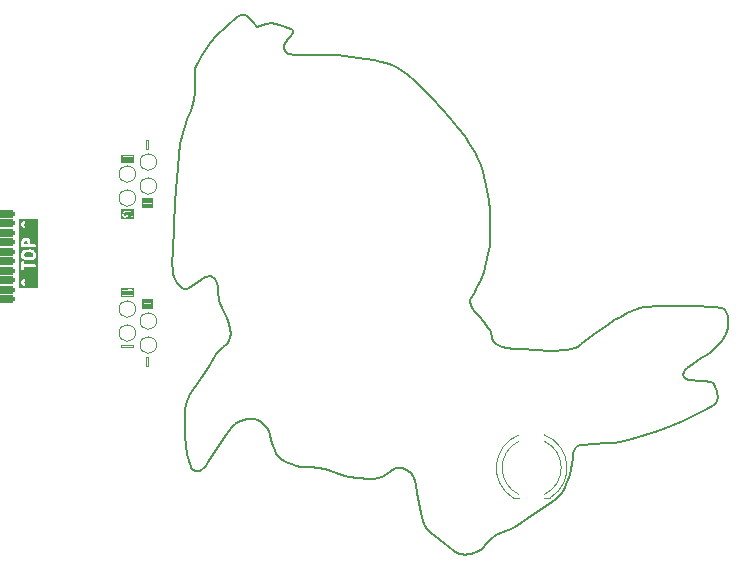
<source format=gto>
G04 #@! TF.GenerationSoftware,KiCad,Pcbnew,8.0.1*
G04 #@! TF.CreationDate,2024-04-19T20:50:38+01:00*
G04 #@! TF.ProjectId,rabbit,72616262-6974-42e6-9b69-6361645f7063,rev?*
G04 #@! TF.SameCoordinates,Original*
G04 #@! TF.FileFunction,Legend,Top*
G04 #@! TF.FilePolarity,Positive*
%FSLAX46Y46*%
G04 Gerber Fmt 4.6, Leading zero omitted, Abs format (unit mm)*
G04 Created by KiCad (PCBNEW 8.0.1) date 2024-04-19 20:50:38*
%MOMM*%
%LPD*%
G01*
G04 APERTURE LIST*
G04 Aperture macros list*
%AMRoundRect*
0 Rectangle with rounded corners*
0 $1 Rounding radius*
0 $2 $3 $4 $5 $6 $7 $8 $9 X,Y pos of 4 corners*
0 Add a 4 corners polygon primitive as box body*
4,1,4,$2,$3,$4,$5,$6,$7,$8,$9,$2,$3,0*
0 Add four circle primitives for the rounded corners*
1,1,$1+$1,$2,$3*
1,1,$1+$1,$4,$5*
1,1,$1+$1,$6,$7*
1,1,$1+$1,$8,$9*
0 Add four rect primitives between the rounded corners*
20,1,$1+$1,$2,$3,$4,$5,0*
20,1,$1+$1,$4,$5,$6,$7,0*
20,1,$1+$1,$6,$7,$8,$9,0*
20,1,$1+$1,$8,$9,$2,$3,0*%
G04 Aperture macros list end*
%ADD10C,0.150000*%
%ADD11C,0.100000*%
%ADD12C,0.250000*%
%ADD13C,0.120000*%
%ADD14RoundRect,0.150000X1.600000X0.150000X-1.600000X0.150000X-1.600000X-0.150000X1.600000X-0.150000X0*%
%ADD15RoundRect,0.150000X1.200000X0.150000X-1.200000X0.150000X-1.200000X-0.150000X1.200000X-0.150000X0*%
%ADD16C,1.000000*%
%ADD17C,0.700000*%
%ADD18C,4.400000*%
%ADD19R,1.800000X1.070000*%
%ADD20O,1.800000X1.070000*%
G04 APERTURE END LIST*
D10*
X136422766Y-121084024D02*
X136265707Y-120213445D01*
X155937371Y-104467571D02*
X156459780Y-104433798D01*
X120163956Y-105410949D02*
X119858214Y-104727403D01*
X123355035Y-114443186D02*
X123166402Y-114281406D01*
X136882658Y-122837113D02*
X136796102Y-122610153D01*
X116440610Y-89758486D02*
X116695632Y-88917496D01*
X124775484Y-117347256D02*
X124569462Y-117156237D01*
X149311354Y-108040786D02*
X149635226Y-107947482D01*
X145071217Y-122776081D02*
X144816882Y-122962978D01*
X127919133Y-118100335D02*
X127329379Y-118067085D01*
X160065363Y-110718660D02*
X160799954Y-110763248D01*
X140116677Y-125424634D02*
X139912189Y-125376026D01*
X162462416Y-104901583D02*
X162543414Y-105075455D01*
X115718882Y-101926974D02*
X115661492Y-101696591D01*
X142351817Y-95470206D02*
X142443356Y-96277585D01*
X148317777Y-120518756D02*
X148051177Y-120763431D01*
X125787781Y-81054478D02*
X125798149Y-81080563D01*
X134521056Y-84174065D02*
X134963058Y-84433017D01*
X159156679Y-109645049D02*
X158995732Y-109813169D01*
X135302742Y-118220829D02*
X135039565Y-118124399D01*
X119341235Y-102403982D02*
X119214662Y-102127946D01*
X121213146Y-79842866D02*
X121354489Y-79765152D01*
X117674190Y-118380248D02*
X117589121Y-118374738D01*
X148524418Y-120275726D02*
X148317777Y-120518756D01*
X125184168Y-82049702D02*
X125033575Y-82282273D01*
X116835781Y-102933564D02*
X116725145Y-102968375D01*
X146414027Y-108109167D02*
X147588554Y-108173084D01*
X149580003Y-116630488D02*
X149534225Y-116825347D01*
X136908951Y-86125246D02*
X137674863Y-86900352D01*
X123541739Y-80530070D02*
X124018890Y-80468856D01*
X140862531Y-125390069D02*
X140635608Y-125426071D01*
X117506839Y-118353067D02*
X117426085Y-118314607D01*
X121634999Y-79733200D02*
X121739944Y-79778519D01*
X142495954Y-97059670D02*
X142512814Y-97851842D01*
X151199401Y-106880039D02*
X151822378Y-106411744D01*
X162236000Y-107160732D02*
X162086923Y-107372577D01*
X149928420Y-107825601D02*
X150219232Y-107644488D01*
X162137284Y-104577911D02*
X162255636Y-104652066D01*
X118408233Y-117912080D02*
X118247887Y-118086664D01*
X117972084Y-102168601D02*
X117498913Y-102496863D01*
X149361859Y-118234057D02*
X149219677Y-118735037D01*
X162255636Y-104652066D02*
X162365211Y-104759984D01*
X116871688Y-112304877D02*
X117106130Y-111837856D01*
X158849113Y-114093490D02*
X157781701Y-114534620D01*
X161553891Y-111212391D02*
X161659356Y-111566692D01*
X131309011Y-118972670D02*
X130518414Y-118878701D01*
X122031192Y-79994837D02*
X122409567Y-80385674D01*
X116411168Y-102892358D02*
X116219877Y-102708078D01*
X156459780Y-104433798D02*
X157820987Y-104405304D01*
X137510730Y-123649939D02*
X137286794Y-123434153D01*
X116526927Y-102968868D02*
X116411168Y-102892358D01*
X155162637Y-104574203D02*
X155506888Y-104514584D01*
X141685994Y-102216137D02*
X141408391Y-102812665D01*
X135775031Y-118565217D02*
X135550489Y-118370135D01*
X143174507Y-123720104D02*
X142722124Y-123970518D01*
X135039565Y-118124399D02*
X134775811Y-118090657D01*
X142064728Y-93824057D02*
X142218129Y-94603372D01*
X133720740Y-118578552D02*
X133337390Y-118829439D01*
X147588554Y-108173084D02*
X148093874Y-108173755D01*
X136612989Y-121948841D02*
X136422766Y-121084024D01*
X141940109Y-124802869D02*
X141765997Y-124958356D01*
X119498060Y-103775822D02*
X119458171Y-103326512D01*
X142327501Y-106239601D02*
X142444825Y-106441812D01*
X117589121Y-118374738D02*
X117506839Y-118353067D01*
X115790935Y-102123425D02*
X115718882Y-101926974D01*
X132918466Y-118981891D02*
X132744659Y-119001040D01*
X117416809Y-86897581D02*
X117486770Y-86320313D01*
X140328637Y-90035052D02*
X140819700Y-90738366D01*
X122093375Y-113937809D02*
X121860520Y-113963860D01*
X117511570Y-84696004D02*
X117535089Y-84338480D01*
X141881004Y-93072840D02*
X142064728Y-93824057D01*
X125798149Y-81080563D02*
X125804670Y-81167447D01*
X135950776Y-118770764D02*
X135775031Y-118565217D01*
X161449743Y-111009905D02*
X161553891Y-111212391D01*
X121739944Y-79778519D02*
X121873364Y-79865622D01*
X121103320Y-114243656D02*
X120862933Y-114417552D01*
X150219232Y-107644488D02*
X150552599Y-107394361D01*
X117152071Y-87863585D02*
X117261016Y-87578975D01*
X116660264Y-113187815D02*
X116738346Y-112700789D01*
X137286794Y-123434153D02*
X137116284Y-123235158D01*
X121626537Y-114020105D02*
X121355163Y-114116065D01*
X117062823Y-117787586D02*
X116992285Y-117552570D01*
X138613198Y-124495140D02*
X137798034Y-123891013D01*
X116113016Y-91646252D02*
X116243882Y-90677368D01*
X119426812Y-116371874D02*
X118625099Y-117618187D01*
X116602141Y-102985648D02*
X116526927Y-102968868D01*
X117134616Y-117968534D02*
X117062823Y-117787586D01*
X116738346Y-112700789D02*
X116871688Y-112304877D01*
X150279309Y-116152276D02*
X150102785Y-116175050D01*
X120376465Y-107337892D02*
X120487985Y-107059081D01*
X133196761Y-118900921D02*
X133063135Y-118949708D01*
X142368076Y-124272203D02*
X142086262Y-124627780D01*
X124569462Y-117156237D02*
X124390530Y-116921414D01*
X141495050Y-91915976D02*
X141684690Y-92414607D01*
X139706433Y-125276457D02*
X139441566Y-125094815D01*
X121463878Y-79727162D02*
X121550141Y-79718635D01*
X119858214Y-104727403D02*
X119539480Y-104011573D01*
X133204880Y-83715706D02*
X133706903Y-83856467D01*
X115578404Y-100717974D02*
X115595920Y-99760091D01*
X116624759Y-113840791D02*
X116660264Y-113187815D01*
X130188119Y-118813429D02*
X129900179Y-118736441D01*
X116674771Y-115407725D02*
X116630717Y-114600353D01*
X124988821Y-82543586D02*
X125094059Y-82773736D01*
X134331602Y-118183012D02*
X134077119Y-118333634D01*
X120165609Y-107593588D02*
X120376465Y-107337892D01*
X125843088Y-83113429D02*
X127353894Y-83128258D01*
X116695632Y-88917496D02*
X116840100Y-88541952D01*
X142722124Y-123970518D02*
X142534093Y-124113451D01*
X125730292Y-81403615D02*
X125609590Y-81574996D01*
X116992285Y-117552570D02*
X116860293Y-116939571D01*
X115875770Y-102290435D02*
X115790935Y-102123425D01*
X130518414Y-118878701D02*
X130188119Y-118813429D01*
X142496212Y-98610246D02*
X142438469Y-99275655D01*
X141179267Y-104871741D02*
X141513533Y-105236483D01*
X161716249Y-111825838D02*
X161746134Y-112044680D01*
X148695733Y-120009270D02*
X148524418Y-120275726D01*
X117498913Y-102496863D02*
X116960734Y-102870395D01*
X118665038Y-101871895D02*
X118503587Y-101902430D01*
X154032876Y-105015760D02*
X154489414Y-104800893D01*
X129573062Y-83177735D02*
X131268863Y-83362738D01*
X161659356Y-111566692D02*
X161716249Y-111825838D01*
X118972453Y-101928367D02*
X118825293Y-101879617D01*
X142443356Y-96277585D02*
X142495954Y-97059670D01*
X117198872Y-118085454D02*
X117134616Y-117968534D01*
X143819145Y-123445295D02*
X143174507Y-123720104D01*
X133063135Y-118949708D02*
X132918466Y-118981891D01*
X125033575Y-82282273D02*
X124988821Y-82543586D01*
X155506888Y-104514584D02*
X155937371Y-104467571D01*
X158995732Y-109813169D02*
X158883379Y-109989133D01*
X122546955Y-113980909D02*
X122322834Y-113943281D01*
X143940341Y-107933192D02*
X144462984Y-107996781D01*
X115595920Y-99760091D02*
X115841349Y-95546365D01*
X140382031Y-125438450D02*
X140116677Y-125424634D01*
X153483524Y-115883107D02*
X152942375Y-115975439D01*
X119214662Y-102127946D02*
X119100380Y-102008658D01*
X115619345Y-101426832D02*
X115578404Y-100717974D01*
X138413631Y-87696386D02*
X139111505Y-88495993D01*
X117895117Y-118332223D02*
X117768321Y-118368196D01*
X117486770Y-86320313D02*
X117505508Y-85355006D01*
X129661749Y-118650364D02*
X129456476Y-118548386D01*
X161154158Y-110841191D02*
X161358727Y-110927258D01*
X161746134Y-112044680D02*
X161749863Y-112222864D01*
X162360943Y-106945935D02*
X162236000Y-107160732D01*
X136796102Y-122610153D02*
X136612989Y-121948841D01*
X161631738Y-112575639D02*
X161543694Y-112669770D01*
X148051177Y-120763431D02*
X147702866Y-121029051D01*
X119115281Y-108758997D02*
X119258975Y-108497301D01*
X148853099Y-119692828D02*
X148695733Y-120009270D01*
X123560074Y-114682445D02*
X123355035Y-114443186D01*
X120487985Y-107059081D02*
X120513560Y-106748980D01*
X161749863Y-112222864D02*
X161730596Y-112364266D01*
X124018890Y-80468856D02*
X124290685Y-80498265D01*
X152993748Y-105612405D02*
X153532417Y-105287257D01*
X119413277Y-102792294D02*
X119341235Y-102403982D01*
X158836937Y-110198729D02*
X158902451Y-110410997D01*
X143520653Y-107838335D02*
X143940341Y-107933192D01*
X119258975Y-108497301D02*
X119401596Y-108297931D01*
X148949450Y-108108658D02*
X149311354Y-108040786D01*
X131268863Y-83362738D02*
X131989873Y-83469400D01*
X144462984Y-107996781D02*
X145120834Y-108037246D01*
X124665358Y-80592812D02*
X125127779Y-80753449D01*
X147702866Y-121029051D02*
X146671159Y-121704177D01*
X117486979Y-111227512D02*
X118057200Y-110403439D01*
X125380132Y-83022844D02*
X125552483Y-83087215D01*
X136127722Y-85382665D02*
X136908951Y-86125246D01*
X134550574Y-118106991D02*
X134331602Y-118183012D01*
X122763486Y-114050539D02*
X122546955Y-113980909D01*
X118110450Y-118207354D02*
X117999815Y-118283683D01*
X119857917Y-107866436D02*
X120165609Y-107593588D01*
X158902451Y-110410997D02*
X159071408Y-110576063D01*
X136265707Y-120213445D02*
X136179350Y-119524133D01*
X162598344Y-106269191D02*
X162540200Y-106504064D01*
X161358727Y-110927258D02*
X161408659Y-110964269D01*
X118825293Y-101879617D02*
X118665038Y-101871895D01*
X142326701Y-99955210D02*
X142147053Y-100753567D01*
X149933341Y-116224429D02*
X149777011Y-116318331D01*
X159649373Y-104427427D02*
X161630504Y-104490182D01*
X137116284Y-123235158D02*
X136986007Y-123041083D01*
X146671159Y-121704177D02*
X145657971Y-122351348D01*
X126875019Y-118049805D02*
X126449518Y-118000564D01*
X117341514Y-87279556D02*
X117416809Y-86897581D01*
X162641976Y-105506488D02*
X162653622Y-105755217D01*
X162637017Y-106021661D02*
X162598344Y-106269191D01*
X149013664Y-119305448D02*
X148853099Y-119692828D01*
X140833828Y-104313593D02*
X140958445Y-104581706D01*
X139754516Y-89281501D02*
X140328637Y-90035052D01*
X162461635Y-106728309D02*
X162360943Y-106945935D01*
X161418223Y-112765586D02*
X160707247Y-113192320D01*
X142086262Y-124627780D02*
X141940109Y-124802869D01*
X160707247Y-113192320D02*
X159837208Y-113640834D01*
X132744659Y-119001040D02*
X132236097Y-119010258D01*
X159616508Y-110693725D02*
X160065363Y-110718660D01*
X121355163Y-114116065D02*
X121103320Y-114243656D01*
X137798034Y-123891013D02*
X137510730Y-123649939D01*
X154489414Y-104800893D02*
X154895068Y-104645626D01*
X118057200Y-110403439D02*
X118733139Y-109420037D01*
X142512814Y-97851842D02*
X142496212Y-98610246D01*
X161168136Y-108285256D02*
X160831500Y-108516292D01*
X120478151Y-106368603D02*
X120365650Y-105939451D01*
X142947488Y-107569744D02*
X143175435Y-107703920D01*
X161690085Y-107822008D02*
X161427201Y-108073943D01*
X121042986Y-79961465D02*
X121213146Y-79842866D01*
X125031059Y-117522962D02*
X124775484Y-117347256D01*
X121354489Y-79765152D02*
X121463878Y-79727162D01*
X162604356Y-105278441D02*
X162641976Y-105506488D01*
X154895068Y-104645626D02*
X155162637Y-104574203D01*
X137674863Y-86900352D02*
X138413631Y-87696386D01*
X140635608Y-125426071D02*
X140382031Y-125438450D01*
X116007713Y-102468259D02*
X115875770Y-102290435D01*
X149777011Y-116318331D02*
X149656240Y-116459999D01*
X142771970Y-107399555D02*
X142947488Y-107569744D01*
X149449631Y-117767996D02*
X149361859Y-118234057D01*
X123166402Y-114281406D02*
X122970415Y-114151198D01*
X156673155Y-114949078D02*
X155561529Y-115321918D01*
X116630717Y-114600353D02*
X116624759Y-113840791D01*
X141765997Y-124958356D02*
X141555728Y-125102922D01*
X149656240Y-116459999D02*
X149580003Y-116630488D01*
X125661358Y-80976014D02*
X125763135Y-81030532D01*
X116725145Y-102968375D02*
X116602141Y-102985648D01*
X116860293Y-116939571D02*
X116752823Y-116206360D01*
X116243882Y-90677368D02*
X116440610Y-89758486D01*
X149635226Y-107947482D02*
X149928420Y-107825601D01*
X120381162Y-114941778D02*
X120108926Y-115318243D01*
X118334981Y-101965335D02*
X117972084Y-102168601D01*
X117346866Y-118257983D02*
X117270438Y-118181871D01*
X125127779Y-80753449D02*
X125661358Y-80976014D01*
X123968926Y-115729490D02*
X123861408Y-115322606D01*
X135550489Y-118370135D02*
X135302742Y-118220829D01*
X120180689Y-80708258D02*
X121042986Y-79961465D01*
X161543694Y-112669770D02*
X161418223Y-112765586D01*
X140800369Y-104047459D02*
X140833828Y-104313593D01*
X150102785Y-116175050D02*
X149933341Y-116224429D01*
X148093874Y-108173755D02*
X148545216Y-108152580D01*
X118733139Y-109420037D02*
X118949457Y-109066973D01*
X142618115Y-106958652D02*
X142662360Y-107183954D01*
X120862933Y-114417552D02*
X120626723Y-114646768D01*
X160332605Y-108827748D02*
X159621567Y-109285154D01*
X141513533Y-105236483D02*
X141987383Y-105771435D01*
X135488081Y-84826414D02*
X136127722Y-85382665D01*
X125226546Y-82910049D02*
X125380132Y-83022844D01*
X132236097Y-119010258D02*
X131309011Y-118972670D01*
X144255629Y-123263217D02*
X143819145Y-123445295D01*
X141213243Y-91372169D02*
X141495050Y-91915976D01*
X123727737Y-114974757D02*
X123560074Y-114682445D01*
X120513560Y-106748980D02*
X120478151Y-106368603D01*
X149492783Y-117289886D02*
X149449631Y-117767996D01*
X123861408Y-115322606D02*
X123727737Y-114974757D01*
X143175435Y-107703920D02*
X143520653Y-107838335D01*
X141081827Y-125327128D02*
X140862531Y-125390069D01*
X129456476Y-118548386D02*
X129028334Y-118350418D01*
X125094059Y-82773736D02*
X125226546Y-82910049D01*
X122409567Y-80385674D02*
X122728325Y-80756033D01*
X142534093Y-124113451D02*
X142368076Y-124272203D01*
X152270954Y-116022813D02*
X150279309Y-116152276D01*
X136145884Y-119242881D02*
X136074092Y-118991852D01*
X124390530Y-116921414D02*
X124237143Y-116626010D01*
X140861124Y-103718147D02*
X140810757Y-103881762D01*
X125787918Y-81275523D02*
X125730292Y-81403615D01*
X115841349Y-95546365D02*
X116113016Y-91646252D01*
X142218129Y-94603372D02*
X142351817Y-95470206D01*
X128499240Y-118196991D02*
X127919133Y-118100335D01*
X161630504Y-104490182D02*
X161985252Y-104529492D01*
X120365650Y-105939451D02*
X120163956Y-105410949D01*
X153532417Y-105287257D02*
X154032876Y-105015760D01*
X122322834Y-113943281D02*
X122093375Y-113937809D01*
X124290685Y-80498265D02*
X124665358Y-80592812D01*
X121873364Y-79865622D02*
X122031192Y-79994837D01*
X158883379Y-109989133D02*
X158836937Y-110198729D01*
X136179350Y-119524133D02*
X136145884Y-119242881D01*
X125552483Y-83087215D02*
X125843088Y-83113429D01*
X148545216Y-108152580D02*
X148949450Y-108108658D01*
X161427201Y-108073943D02*
X161168136Y-108285256D01*
X149534225Y-116825347D02*
X149492783Y-117289886D01*
X144567740Y-123112613D02*
X144255629Y-123263217D01*
X142438469Y-99275655D02*
X142326701Y-99955210D01*
X162653622Y-105755217D02*
X162637017Y-106021661D01*
X159306481Y-110655375D02*
X159616508Y-110693725D01*
X117768321Y-118368196D02*
X117674190Y-118380248D01*
X133337390Y-118829439D02*
X133196761Y-118900921D01*
X162365211Y-104759984D02*
X162462416Y-104901583D01*
X162543414Y-105075455D02*
X162604356Y-105278441D01*
X139441566Y-125094815D02*
X138613198Y-124495140D01*
X117505508Y-85355006D02*
X117511570Y-84696004D01*
X152942375Y-115975439D02*
X152270954Y-116022813D01*
X139111505Y-88495993D02*
X139754516Y-89281501D01*
X125331753Y-117679382D02*
X125031059Y-117522962D01*
X129028334Y-118350418D02*
X128499240Y-118196991D01*
X119458171Y-103326512D02*
X119413277Y-102792294D01*
X140958445Y-104581706D02*
X141179267Y-104871741D01*
X117535089Y-84338480D02*
X117592591Y-84108553D01*
X126449518Y-118000564D02*
X126046676Y-117920898D01*
X144816882Y-122962978D02*
X144567740Y-123112613D01*
X141084357Y-103354407D02*
X140861124Y-103718147D01*
X155561529Y-115321918D02*
X154485044Y-115638279D01*
X117592591Y-84108553D02*
X117713505Y-83821393D01*
X118625099Y-117618187D02*
X118408233Y-117912080D01*
X117261016Y-87578975D02*
X117341514Y-87279556D01*
X126046676Y-117920898D02*
X125672181Y-117813005D01*
X133706903Y-83856467D02*
X134145006Y-84009614D01*
X117713505Y-83821393D02*
X118000463Y-83277838D01*
X159071408Y-110576063D02*
X159306481Y-110655375D01*
X123022551Y-80654168D02*
X123541739Y-80530070D01*
X136074092Y-118991852D02*
X135950776Y-118770764D01*
X122728325Y-80756033D02*
X123022551Y-80654168D01*
X134077119Y-118333634D02*
X133720740Y-118578552D01*
X142587239Y-106793291D02*
X142618115Y-106958652D01*
X159837208Y-113640834D02*
X158849113Y-114093490D01*
X162086923Y-107372577D02*
X161690085Y-107822008D01*
X125408650Y-81799868D02*
X125184168Y-82049702D01*
X118503587Y-101902430D02*
X118334981Y-101965335D01*
X125672181Y-117813005D02*
X125331753Y-117679382D01*
X118404123Y-82649251D02*
X118855923Y-82036437D01*
X134145006Y-84009614D02*
X134521056Y-84174065D01*
X139912189Y-125376026D02*
X139706433Y-125276457D01*
X142531649Y-106627998D02*
X142587239Y-106793291D01*
X120108926Y-115318243D02*
X119426812Y-116371874D01*
X118247887Y-118086664D02*
X118110450Y-118207354D01*
X127329379Y-118067085D02*
X126875019Y-118049805D01*
X116960734Y-102870395D02*
X116835781Y-102933564D01*
X152422088Y-105988220D02*
X152993748Y-105612405D01*
X117999815Y-118283683D02*
X117895117Y-118332223D01*
X160799954Y-110763248D02*
X160981930Y-110793800D01*
X154485044Y-115638279D02*
X153483524Y-115883107D01*
X134775811Y-118090657D02*
X134550574Y-118106991D01*
X141930106Y-101535935D02*
X141685994Y-102216137D01*
X151822378Y-106411744D02*
X152422088Y-105988220D01*
X119283647Y-81542754D02*
X120180689Y-80708258D01*
X141684690Y-92414607D02*
X141881004Y-93072840D01*
X142147053Y-100753567D02*
X141930106Y-101535935D01*
X117270438Y-118181871D02*
X117198872Y-118085454D01*
X118949457Y-109066973D02*
X119115281Y-108758997D01*
X141312946Y-125232071D02*
X141081827Y-125327128D01*
X119539480Y-104011573D02*
X119498060Y-103775822D01*
X125804670Y-81167447D02*
X125787918Y-81275523D01*
X162540200Y-106504064D02*
X162461635Y-106728309D01*
X161691609Y-112477522D02*
X161631738Y-112575639D01*
X134963058Y-84433017D02*
X135488081Y-84826414D01*
X131989873Y-83469400D02*
X132634111Y-83586883D01*
X141555728Y-125102922D02*
X141312946Y-125232071D01*
X150552599Y-107394361D02*
X151199401Y-106880039D01*
X125609590Y-81574996D02*
X125408650Y-81799868D01*
X118000463Y-83277838D02*
X118404123Y-82649251D01*
X117426085Y-118314607D02*
X117346866Y-118257983D01*
X122970415Y-114151198D02*
X122763486Y-114050539D01*
X124237143Y-116626010D02*
X124099482Y-116239499D01*
X121860520Y-113963860D02*
X121626537Y-114020105D01*
X132634111Y-83586883D02*
X133204880Y-83715706D01*
X119401596Y-108297931D02*
X119585869Y-108103839D01*
X161985252Y-104529492D02*
X162137284Y-104577911D01*
X116998697Y-88190654D02*
X117152071Y-87863585D01*
X117106130Y-111837856D02*
X117486979Y-111227512D01*
X116840100Y-88541952D02*
X116998697Y-88190654D01*
X116219877Y-102708078D02*
X116007713Y-102468259D01*
X141408391Y-102812665D02*
X141084357Y-103354407D01*
X145657971Y-122351348D02*
X145071217Y-122776081D01*
X141987383Y-105771435D02*
X142327501Y-106239601D01*
X140810757Y-103881762D02*
X140800369Y-104047459D01*
X115661492Y-101696591D02*
X115619345Y-101426832D01*
X127353894Y-83128258D02*
X128736093Y-83144498D01*
X125763135Y-81030532D02*
X125787781Y-81054478D01*
X116752823Y-116206360D02*
X116674771Y-115407725D01*
X159621567Y-109285154D02*
X159156679Y-109645049D01*
X124099482Y-116239499D02*
X123968926Y-115729490D01*
X121550141Y-79718635D02*
X121634999Y-79733200D01*
X161730596Y-112364266D02*
X161691609Y-112477522D01*
X145120834Y-108037246D02*
X146414027Y-108109167D01*
X149219677Y-118735037D02*
X149013664Y-119305448D01*
X119585869Y-108103839D02*
X119857917Y-107866436D01*
X160981930Y-110793800D02*
X161154158Y-110841191D01*
X128736093Y-83144498D02*
X129573062Y-83177735D01*
X161408659Y-110964269D02*
X161449743Y-111009905D01*
X157820987Y-104405304D02*
X159649373Y-104427427D01*
X157781701Y-114534620D02*
X156673155Y-114949078D01*
X119100380Y-102008658D02*
X118972453Y-101928367D01*
X142444825Y-106441812D02*
X142531649Y-106627998D01*
X118855923Y-82036437D02*
X119283647Y-81542754D01*
X160831500Y-108516292D02*
X160332605Y-108827748D01*
X129900179Y-118736441D02*
X129661749Y-118650364D01*
X140819700Y-90738366D02*
X141213243Y-91372169D01*
X142662360Y-107183954D02*
X142771970Y-107399555D01*
X120626723Y-114646768D02*
X120381162Y-114941778D01*
X136986007Y-123041083D02*
X136882658Y-122837113D01*
D11*
G36*
X113616755Y-91191818D02*
G01*
X113338977Y-91191818D01*
X113338977Y-90447211D01*
X113427866Y-90447211D01*
X113431672Y-91075869D01*
X113458732Y-91102929D01*
X113497000Y-91102929D01*
X113524060Y-91075869D01*
X113527866Y-91056735D01*
X113524060Y-90428077D01*
X113497000Y-90401017D01*
X113458732Y-90401017D01*
X113431672Y-90428077D01*
X113427866Y-90447211D01*
X113338977Y-90447211D01*
X113338977Y-90312128D01*
X113616755Y-90312128D01*
X113616755Y-91191818D01*
G37*
G36*
X113917711Y-104653818D02*
G01*
X113038021Y-104653818D01*
X113038021Y-104233107D01*
X113126910Y-104233107D01*
X113153970Y-104260167D01*
X113173104Y-104263973D01*
X113430004Y-104262417D01*
X113431672Y-104537869D01*
X113458732Y-104564929D01*
X113497000Y-104564929D01*
X113524060Y-104537869D01*
X113527866Y-104518735D01*
X113526310Y-104261834D01*
X113801762Y-104260167D01*
X113828822Y-104233107D01*
X113828822Y-104194839D01*
X113801762Y-104167779D01*
X113782628Y-104163973D01*
X113525727Y-104165528D01*
X113524060Y-103890077D01*
X113497000Y-103863017D01*
X113458732Y-103863017D01*
X113431672Y-103890077D01*
X113427866Y-103909211D01*
X113429421Y-104166111D01*
X113153970Y-104167779D01*
X113126910Y-104194839D01*
X113126910Y-104233107D01*
X113038021Y-104233107D01*
X113038021Y-103774128D01*
X113917711Y-103774128D01*
X113917711Y-104653818D01*
G37*
G36*
X112333993Y-92284008D02*
G01*
X111260021Y-92284008D01*
X111260021Y-91787107D01*
X111348910Y-91787107D01*
X111375970Y-91814167D01*
X111395104Y-91817973D01*
X111764794Y-91816255D01*
X111767958Y-92053773D01*
X111795018Y-92080833D01*
X111833286Y-92080833D01*
X111860346Y-92053773D01*
X111864152Y-92034639D01*
X111861237Y-91815807D01*
X112145546Y-91814486D01*
X112148910Y-92168059D01*
X112175970Y-92195119D01*
X112214238Y-92195119D01*
X112241298Y-92168059D01*
X112245104Y-92148925D01*
X112241298Y-91748839D01*
X112214238Y-91721779D01*
X112195104Y-91717973D01*
X111375970Y-91721779D01*
X111348910Y-91748839D01*
X111348910Y-91787107D01*
X111260021Y-91787107D01*
X111260021Y-91629084D01*
X112333993Y-91629084D01*
X112333993Y-92284008D01*
G37*
G36*
X112330187Y-107964154D02*
G01*
X111260021Y-107964154D01*
X111260021Y-107844399D01*
X111348910Y-107844399D01*
X111375970Y-107871459D01*
X111395104Y-107875265D01*
X112214238Y-107871459D01*
X112241298Y-107844399D01*
X112241298Y-107806131D01*
X112214238Y-107779071D01*
X112195104Y-107775265D01*
X111375970Y-107779071D01*
X111348910Y-107806131D01*
X111348910Y-107844399D01*
X111260021Y-107844399D01*
X111260021Y-107686376D01*
X112330187Y-107686376D01*
X112330187Y-107964154D01*
G37*
G36*
X113917711Y-96123872D02*
G01*
X113038021Y-96123872D01*
X113038021Y-95703161D01*
X113126910Y-95703161D01*
X113153970Y-95730221D01*
X113173104Y-95734027D01*
X113430004Y-95732471D01*
X113431672Y-96007923D01*
X113458732Y-96034983D01*
X113497000Y-96034983D01*
X113524060Y-96007923D01*
X113527866Y-95988789D01*
X113526310Y-95731888D01*
X113801762Y-95730221D01*
X113828822Y-95703161D01*
X113828822Y-95664893D01*
X113801762Y-95637833D01*
X113782628Y-95634027D01*
X113525727Y-95635582D01*
X113524060Y-95360131D01*
X113497000Y-95333071D01*
X113458732Y-95333071D01*
X113431672Y-95360131D01*
X113427866Y-95379265D01*
X113429421Y-95636165D01*
X113153970Y-95637833D01*
X113126910Y-95664893D01*
X113126910Y-95703161D01*
X113038021Y-95703161D01*
X113038021Y-95244182D01*
X113917711Y-95244182D01*
X113917711Y-96123872D01*
G37*
G36*
X112330187Y-103641624D02*
G01*
X111260021Y-103641624D01*
X111260021Y-103521869D01*
X111348910Y-103521869D01*
X111375970Y-103548929D01*
X111395104Y-103552735D01*
X112214238Y-103548929D01*
X112241298Y-103521869D01*
X112241298Y-103483601D01*
X112214238Y-103456541D01*
X112195104Y-103452735D01*
X111863764Y-103454274D01*
X111860881Y-103093427D01*
X112214238Y-103091786D01*
X112241298Y-103064726D01*
X112241298Y-103026458D01*
X112214238Y-102999398D01*
X112195104Y-102995592D01*
X111375970Y-102999398D01*
X111348910Y-103026458D01*
X111348910Y-103064726D01*
X111375970Y-103091786D01*
X111395104Y-103095592D01*
X111764537Y-103093875D01*
X111767421Y-103454722D01*
X111375970Y-103456541D01*
X111348910Y-103483601D01*
X111348910Y-103521869D01*
X111260021Y-103521869D01*
X111260021Y-102906703D01*
X112330187Y-102906703D01*
X112330187Y-103641624D01*
G37*
G36*
X113616755Y-109585872D02*
G01*
X113338977Y-109585872D01*
X113338977Y-108841265D01*
X113427866Y-108841265D01*
X113431672Y-109469923D01*
X113458732Y-109496983D01*
X113497000Y-109496983D01*
X113524060Y-109469923D01*
X113527866Y-109450789D01*
X113524060Y-108822131D01*
X113497000Y-108795071D01*
X113458732Y-108795071D01*
X113431672Y-108822131D01*
X113427866Y-108841265D01*
X113338977Y-108841265D01*
X113338977Y-108706182D01*
X113616755Y-108706182D01*
X113616755Y-109585872D01*
G37*
G36*
X112333993Y-96991297D02*
G01*
X111256215Y-96991297D01*
X111256215Y-96623836D01*
X111345104Y-96623836D01*
X111345243Y-96627334D01*
X111345230Y-96627380D01*
X111345246Y-96627413D01*
X111347799Y-96691344D01*
X111345230Y-96696483D01*
X111347670Y-96715839D01*
X111387006Y-96823931D01*
X111387006Y-96833446D01*
X111394609Y-96844826D01*
X111395427Y-96847072D01*
X111396452Y-96847584D01*
X111397844Y-96849667D01*
X111452160Y-96898601D01*
X111452161Y-96898602D01*
X111471295Y-96902408D01*
X111757095Y-96898602D01*
X111784155Y-96871542D01*
X111787961Y-96852408D01*
X111784155Y-96680893D01*
X111757095Y-96653833D01*
X111718827Y-96653833D01*
X111691767Y-96680893D01*
X111687961Y-96700027D01*
X111690246Y-96803043D01*
X111494001Y-96805656D01*
X111477988Y-96791229D01*
X111444996Y-96700569D01*
X111445104Y-96700027D01*
X111442675Y-96639195D01*
X111472567Y-96540644D01*
X111531395Y-96478178D01*
X111531751Y-96478081D01*
X111594226Y-96443941D01*
X111597707Y-96443772D01*
X111734364Y-96406453D01*
X111737961Y-96407169D01*
X111837282Y-96404335D01*
X111840120Y-96405676D01*
X111978592Y-96437133D01*
X111982268Y-96439986D01*
X112045542Y-96468789D01*
X112111640Y-96531037D01*
X112145212Y-96623292D01*
X112145104Y-96623836D01*
X112147882Y-96721253D01*
X112107135Y-96810767D01*
X112119236Y-96847072D01*
X112153464Y-96864186D01*
X112189769Y-96852085D01*
X112201730Y-96836673D01*
X112235027Y-96763526D01*
X112241298Y-96757256D01*
X112243949Y-96743926D01*
X112244978Y-96741667D01*
X112244615Y-96740578D01*
X112245104Y-96738122D01*
X112242108Y-96633118D01*
X112244978Y-96627380D01*
X112242538Y-96608025D01*
X112203203Y-96499931D01*
X112203203Y-96490416D01*
X112195599Y-96479037D01*
X112194782Y-96476790D01*
X112193754Y-96476276D01*
X112192364Y-96474195D01*
X112120592Y-96406603D01*
X112118591Y-96400600D01*
X112103180Y-96388639D01*
X112099961Y-96387173D01*
X112099953Y-96387166D01*
X112099944Y-96387166D01*
X112036241Y-96358168D01*
X112034395Y-96355091D01*
X112016755Y-96346758D01*
X111874949Y-96314543D01*
X111871381Y-96310975D01*
X111852247Y-96307169D01*
X111749306Y-96310105D01*
X111745320Y-96307714D01*
X111725834Y-96308662D01*
X111586222Y-96346786D01*
X111582035Y-96345391D01*
X111563219Y-96350544D01*
X111496201Y-96387166D01*
X111490256Y-96387166D01*
X111474035Y-96398005D01*
X111403764Y-96472621D01*
X111395427Y-96476790D01*
X111388663Y-96488656D01*
X111387006Y-96490416D01*
X111387006Y-96491563D01*
X111385766Y-96493739D01*
X111353501Y-96600110D01*
X111348910Y-96604702D01*
X111345104Y-96623836D01*
X111256215Y-96623836D01*
X111256215Y-96218280D01*
X112333993Y-96218280D01*
X112333993Y-96991297D01*
G37*
D12*
G36*
X103706378Y-99891473D02*
G01*
X103762565Y-99945988D01*
X103789921Y-99998278D01*
X103791391Y-100129751D01*
X103767304Y-100180219D01*
X103710169Y-100239105D01*
X103573476Y-100274863D01*
X103271346Y-100276892D01*
X103122858Y-100241482D01*
X103066673Y-100186969D01*
X103039316Y-100134677D01*
X103037846Y-100003203D01*
X103061934Y-99952735D01*
X103119066Y-99893851D01*
X103255760Y-99858092D01*
X103557890Y-99856063D01*
X103706378Y-99891473D01*
G37*
G36*
X103266982Y-98880710D02*
G01*
X103287147Y-98899847D01*
X103313586Y-98950384D01*
X103314953Y-99180979D01*
X103038890Y-99181626D01*
X103037554Y-98956197D01*
X103062184Y-98904590D01*
X103081321Y-98884425D01*
X103132302Y-98857754D01*
X103216352Y-98856547D01*
X103266982Y-98880710D01*
G37*
G36*
X104164619Y-102840103D02*
G01*
X102617185Y-102840103D01*
X102617185Y-102406616D01*
X102742185Y-102406616D01*
X102746579Y-102423767D01*
X102749083Y-102441292D01*
X102752584Y-102447205D01*
X102754290Y-102453862D01*
X102767000Y-102474812D01*
X102926410Y-102683356D01*
X102968377Y-102708205D01*
X103016661Y-102715103D01*
X103063907Y-102702998D01*
X103102925Y-102673735D01*
X103127774Y-102631768D01*
X103134672Y-102583484D01*
X103122567Y-102536238D01*
X103109857Y-102515288D01*
X103021892Y-102400210D01*
X103122567Y-102263386D01*
X103134672Y-102216140D01*
X103127774Y-102167856D01*
X103102925Y-102125889D01*
X103063907Y-102096626D01*
X103016661Y-102084521D01*
X102968377Y-102091419D01*
X102926410Y-102116268D01*
X102909857Y-102134336D01*
X102778368Y-102313037D01*
X102773932Y-102316365D01*
X102765738Y-102330202D01*
X102754290Y-102345762D01*
X102752584Y-102352418D01*
X102749083Y-102358332D01*
X102746579Y-102375856D01*
X102742185Y-102393008D01*
X102743157Y-102399812D01*
X102742185Y-102406616D01*
X102617185Y-102406616D01*
X102617185Y-100685526D01*
X102789619Y-100685526D01*
X102792021Y-101281340D01*
X102810685Y-101326400D01*
X102845173Y-101360888D01*
X102890233Y-101379552D01*
X102939005Y-101379552D01*
X102984065Y-101360888D01*
X103018553Y-101326400D01*
X103037217Y-101281340D01*
X103039619Y-101256954D01*
X103038969Y-101095948D01*
X103939005Y-101093838D01*
X103984065Y-101075174D01*
X104018553Y-101040686D01*
X104037217Y-100995626D01*
X104037217Y-100946854D01*
X104018553Y-100901794D01*
X103984065Y-100867306D01*
X103939005Y-100848642D01*
X103914619Y-100846240D01*
X103037971Y-100848295D01*
X103037217Y-100661140D01*
X103018553Y-100616080D01*
X102984065Y-100581592D01*
X102939005Y-100562928D01*
X102890233Y-100562928D01*
X102845173Y-100581592D01*
X102810685Y-100616080D01*
X102792021Y-100661140D01*
X102789619Y-100685526D01*
X102617185Y-100685526D01*
X102617185Y-99971240D01*
X102789619Y-99971240D01*
X102791542Y-100143256D01*
X102790600Y-100146082D01*
X102791755Y-100162335D01*
X102792021Y-100186102D01*
X102793739Y-100190250D01*
X102794058Y-100194732D01*
X102802816Y-100217618D01*
X102852901Y-100313354D01*
X102858305Y-100326400D01*
X102862224Y-100331176D01*
X102863489Y-100333593D01*
X102865983Y-100335756D01*
X102873850Y-100345342D01*
X102961305Y-100430195D01*
X102964896Y-100436180D01*
X102975800Y-100444259D01*
X102988030Y-100456125D01*
X102996615Y-100459681D01*
X103004084Y-100465215D01*
X103027159Y-100473460D01*
X103211547Y-100517430D01*
X103223566Y-100522409D01*
X103238655Y-100523895D01*
X103241875Y-100524663D01*
X103243697Y-100524391D01*
X103247952Y-100524811D01*
X103573657Y-100522623D01*
X103587361Y-100524663D01*
X103602460Y-100522430D01*
X103605671Y-100522409D01*
X103607372Y-100521704D01*
X103611602Y-100521079D01*
X103788551Y-100474790D01*
X103796147Y-100474790D01*
X103809168Y-100469396D01*
X103825153Y-100465215D01*
X103832619Y-100459682D01*
X103841207Y-100456126D01*
X103860149Y-100440581D01*
X103954428Y-100343411D01*
X103965749Y-100333593D01*
X103969063Y-100328327D01*
X103970933Y-100326401D01*
X103972196Y-100323350D01*
X103978803Y-100312856D01*
X104017099Y-100232615D01*
X104018553Y-100231162D01*
X104023544Y-100219112D01*
X104035180Y-100194732D01*
X104035498Y-100190251D01*
X104037217Y-100186102D01*
X104039619Y-100161716D01*
X104037695Y-99989696D01*
X104038637Y-99986873D01*
X104037482Y-99970630D01*
X104037217Y-99946854D01*
X104035498Y-99942704D01*
X104035180Y-99938224D01*
X104026422Y-99915338D01*
X103976338Y-99819604D01*
X103970933Y-99806555D01*
X103967011Y-99801777D01*
X103965749Y-99799363D01*
X103963257Y-99797201D01*
X103955388Y-99787613D01*
X103867930Y-99702757D01*
X103864341Y-99696776D01*
X103853441Y-99688700D01*
X103841207Y-99676830D01*
X103832619Y-99673273D01*
X103825153Y-99667741D01*
X103802078Y-99659496D01*
X103617690Y-99615525D01*
X103605671Y-99610547D01*
X103590579Y-99609060D01*
X103587361Y-99608293D01*
X103585539Y-99608564D01*
X103581285Y-99608145D01*
X103255579Y-99610332D01*
X103241875Y-99608293D01*
X103226776Y-99610525D01*
X103223566Y-99610547D01*
X103221864Y-99611251D01*
X103217635Y-99611877D01*
X103040686Y-99658166D01*
X103033089Y-99658166D01*
X103020068Y-99663559D01*
X103004084Y-99667741D01*
X102996615Y-99673274D01*
X102988030Y-99676831D01*
X102969088Y-99692376D01*
X102874814Y-99789540D01*
X102863489Y-99799363D01*
X102860172Y-99804631D01*
X102858305Y-99806556D01*
X102857043Y-99809602D01*
X102850434Y-99820101D01*
X102812138Y-99900340D01*
X102810685Y-99901794D01*
X102805694Y-99913842D01*
X102794058Y-99938224D01*
X102793739Y-99942705D01*
X102792021Y-99946854D01*
X102789619Y-99971240D01*
X102617185Y-99971240D01*
X102617185Y-98923621D01*
X102789619Y-98923621D01*
X102792021Y-99328959D01*
X102810685Y-99374019D01*
X102845173Y-99408507D01*
X102890233Y-99427171D01*
X102914619Y-99429573D01*
X103939005Y-99427171D01*
X103984065Y-99408507D01*
X104018553Y-99374019D01*
X104037217Y-99328959D01*
X104037217Y-99280187D01*
X104018553Y-99235127D01*
X103984065Y-99200639D01*
X103939005Y-99181975D01*
X103914619Y-99179573D01*
X103562692Y-99180398D01*
X103561283Y-98942740D01*
X103562446Y-98939254D01*
X103561155Y-98921093D01*
X103561026Y-98899235D01*
X103559307Y-98895085D01*
X103558989Y-98890605D01*
X103550231Y-98867719D01*
X103500147Y-98771985D01*
X103494742Y-98758936D01*
X103490820Y-98754158D01*
X103489558Y-98751744D01*
X103487066Y-98749582D01*
X103479197Y-98739994D01*
X103427875Y-98691292D01*
X103419829Y-98682015D01*
X103414689Y-98678779D01*
X103412636Y-98676831D01*
X103409589Y-98675569D01*
X103399091Y-98668960D01*
X103318851Y-98630664D01*
X103317398Y-98629211D01*
X103305349Y-98624220D01*
X103280968Y-98612584D01*
X103276486Y-98612265D01*
X103272338Y-98610547D01*
X103247952Y-98608145D01*
X103123159Y-98609937D01*
X103120728Y-98609127D01*
X103105820Y-98610186D01*
X103080709Y-98610547D01*
X103076559Y-98612265D01*
X103072079Y-98612584D01*
X103049193Y-98621342D01*
X102953459Y-98671425D01*
X102940410Y-98676831D01*
X102935632Y-98680752D01*
X102933218Y-98682015D01*
X102931056Y-98684506D01*
X102921468Y-98692376D01*
X102872766Y-98743697D01*
X102863489Y-98751744D01*
X102860253Y-98756883D01*
X102858305Y-98758937D01*
X102857043Y-98761983D01*
X102850434Y-98772482D01*
X102812138Y-98852721D01*
X102810685Y-98854175D01*
X102805694Y-98866223D01*
X102794058Y-98890605D01*
X102793739Y-98895086D01*
X102792021Y-98899235D01*
X102789619Y-98923621D01*
X102617185Y-98923621D01*
X102617185Y-97501853D01*
X102742185Y-97501853D01*
X102746579Y-97519004D01*
X102749083Y-97536529D01*
X102752584Y-97542442D01*
X102754290Y-97549099D01*
X102767000Y-97570049D01*
X102926410Y-97778593D01*
X102968377Y-97803442D01*
X103016661Y-97810340D01*
X103063907Y-97798235D01*
X103102925Y-97768972D01*
X103127774Y-97727005D01*
X103134672Y-97678721D01*
X103122567Y-97631475D01*
X103109857Y-97610525D01*
X103021892Y-97495447D01*
X103122567Y-97358623D01*
X103134672Y-97311377D01*
X103127774Y-97263093D01*
X103102925Y-97221126D01*
X103063907Y-97191863D01*
X103016661Y-97179758D01*
X102968377Y-97186656D01*
X102926410Y-97211505D01*
X102909857Y-97229573D01*
X102778368Y-97408274D01*
X102773932Y-97411602D01*
X102765738Y-97425439D01*
X102754290Y-97440999D01*
X102752584Y-97447655D01*
X102749083Y-97453569D01*
X102746579Y-97471093D01*
X102742185Y-97488245D01*
X102743157Y-97495049D01*
X102742185Y-97501853D01*
X102617185Y-97501853D01*
X102617185Y-97054758D01*
X104164619Y-97054758D01*
X104164619Y-102840103D01*
G37*
D13*
X114238000Y-105664000D02*
G75*
G02*
X112838000Y-105664000I-700000J0D01*
G01*
X112838000Y-105664000D02*
G75*
G02*
X114238000Y-105664000I700000J0D01*
G01*
X144455000Y-120655000D02*
X144920000Y-120655000D01*
X147080000Y-120655000D02*
X147545000Y-120655000D01*
X144455170Y-120654999D02*
G75*
G02*
X144919173Y-115307186I1544830J2559999D01*
G01*
X144920000Y-120349683D02*
G75*
G02*
X144919572Y-115840522I1080000J2254683D01*
G01*
X147080429Y-115840521D02*
G75*
G02*
X147080000Y-120349684I-1080429J-2254479D01*
G01*
X147080827Y-115307186D02*
G75*
G02*
X147544830Y-120654999I-1080827J-2787814D01*
G01*
X112460000Y-93218000D02*
G75*
G02*
X111060000Y-93218000I-700000J0D01*
G01*
X111060000Y-93218000D02*
G75*
G02*
X112460000Y-93218000I700000J0D01*
G01*
X112460000Y-95250000D02*
G75*
G02*
X111060000Y-95250000I-700000J0D01*
G01*
X111060000Y-95250000D02*
G75*
G02*
X112460000Y-95250000I700000J0D01*
G01*
X114238000Y-107696000D02*
G75*
G02*
X112838000Y-107696000I-700000J0D01*
G01*
X112838000Y-107696000D02*
G75*
G02*
X114238000Y-107696000I700000J0D01*
G01*
X112460000Y-106680000D02*
G75*
G02*
X111060000Y-106680000I-700000J0D01*
G01*
X111060000Y-106680000D02*
G75*
G02*
X112460000Y-106680000I700000J0D01*
G01*
X112460000Y-104648000D02*
G75*
G02*
X111060000Y-104648000I-700000J0D01*
G01*
X111060000Y-104648000D02*
G75*
G02*
X112460000Y-104648000I700000J0D01*
G01*
X114238000Y-94234000D02*
G75*
G02*
X112838000Y-94234000I-700000J0D01*
G01*
X112838000Y-94234000D02*
G75*
G02*
X114238000Y-94234000I700000J0D01*
G01*
X114238000Y-92202000D02*
G75*
G02*
X112838000Y-92202000I-700000J0D01*
G01*
X112838000Y-92202000D02*
G75*
G02*
X114238000Y-92202000I700000J0D01*
G01*
%LPC*%
D14*
X100500000Y-96600000D03*
D15*
X100900000Y-97400000D03*
X100900000Y-98200000D03*
D14*
X100500000Y-99000000D03*
D15*
X100900000Y-99800000D03*
X100900000Y-100600000D03*
D14*
X100500000Y-101400000D03*
D15*
X100900000Y-102200000D03*
X100900000Y-103000000D03*
D14*
X100500000Y-103800000D03*
D16*
X113538000Y-105664000D03*
D17*
X110850000Y-87500000D03*
X111333274Y-86333274D03*
X111333274Y-88666726D03*
X112500000Y-85850000D03*
D18*
X112500000Y-87500000D03*
D17*
X112500000Y-89150000D03*
X113666726Y-86333274D03*
X113666726Y-88666726D03*
X114150000Y-87500000D03*
D19*
X146000000Y-120000000D03*
D20*
X146000000Y-118730000D03*
X146000000Y-117460000D03*
X146000000Y-116190000D03*
D16*
X111760000Y-93218000D03*
X111760000Y-95250000D03*
X113538000Y-107696000D03*
X111760000Y-106680000D03*
X111760000Y-104648000D03*
X113538000Y-94234000D03*
D17*
X110850000Y-112500000D03*
X111333274Y-111333274D03*
X111333274Y-113666726D03*
X112500000Y-110850000D03*
D18*
X112500000Y-112500000D03*
D17*
X112500000Y-114150000D03*
X113666726Y-111333274D03*
X113666726Y-113666726D03*
X114150000Y-112500000D03*
D16*
X113538000Y-92202000D03*
%LPD*%
M02*

</source>
